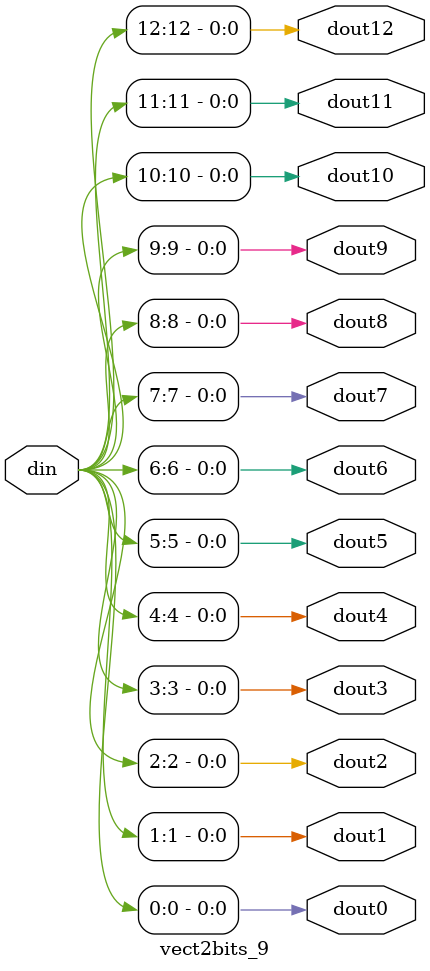
<source format=v>
`timescale 1ns / 1ps
module vect2bits_9(
    input [159:0] din,
    output dout0,
    output dout1,
    output dout2,
    output dout3,
	output dout4,
	output dout5,
	output dout6,
	output dout7,
	output dout8,
	output dout9,
	output dout10,
	output dout11,
	output dout12
    );

	assign dout0 = din[0];
	assign dout1 = din[1];
	assign dout2 = din[2];
	assign dout3 = din[3];
	assign dout4 = din[4];
	assign dout5 = din[5];
	assign dout6 = din[6];
	assign dout7 = din[7];
	assign dout8 = din[8];
	assign dout9 = din[9];
	assign dout10 = din[10];
	assign dout11 = din[11];
	assign dout12 = din[12];
endmodule

</source>
